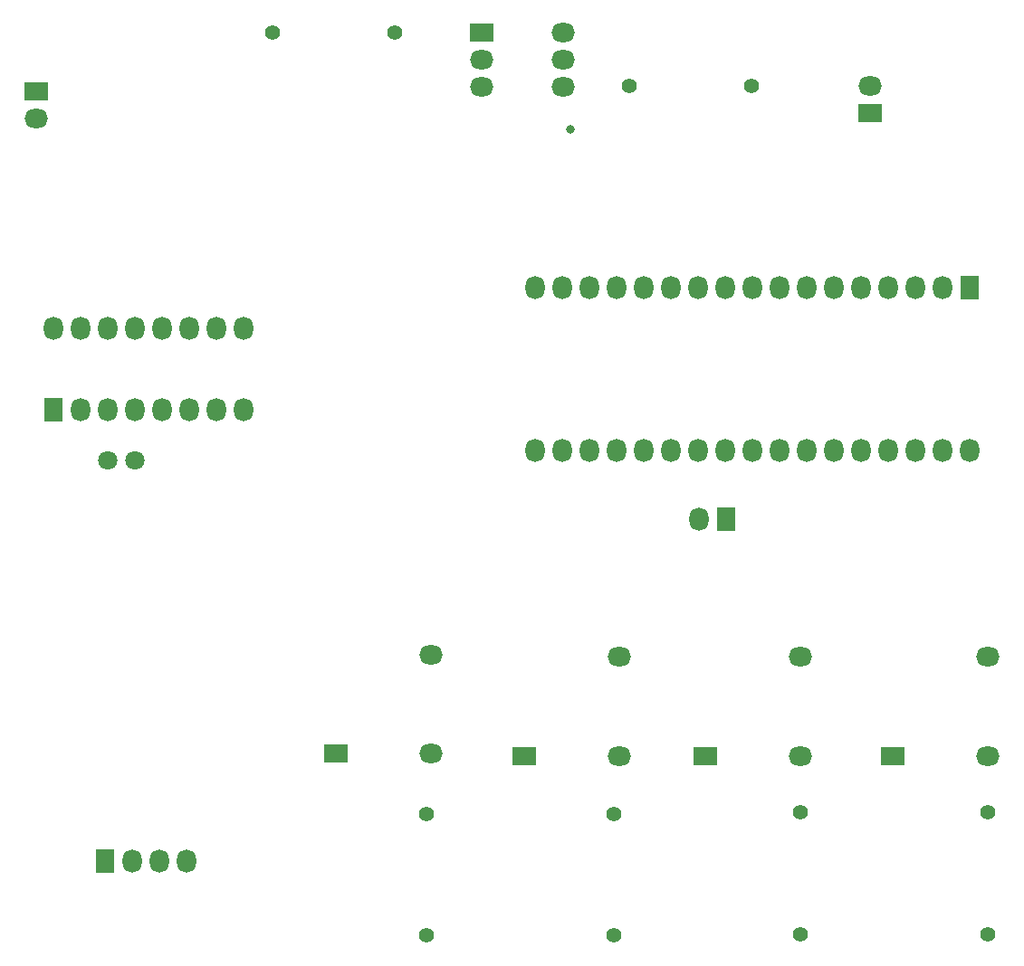
<source format=gbr>
%TF.GenerationSoftware,Altium Limited,Altium Designer,21.8.1 (53)*%
G04 Layer_Color=8388736*
%FSLAX26Y26*%
%MOIN*%
%TF.SameCoordinates,5B9076D9-9D05-4804-A52A-FD960459403A*%
%TF.FilePolarity,Negative*%
%TF.FileFunction,Soldermask,Top*%
%TF.Part,Single*%
G01*
G75*
%TA.AperFunction,ComponentPad*%
%ADD19O,0.086740X0.070992*%
%ADD20R,0.086740X0.070992*%
%ADD21R,0.070992X0.086740*%
%ADD22O,0.070992X0.086740*%
%ADD23C,0.055244*%
%ADD24C,0.070992*%
%TA.AperFunction,ViaPad*%
%ADD25C,0.031622*%
D19*
X3070866Y838583D02*
D03*
Y1204724D02*
D03*
X3759843D02*
D03*
Y838583D02*
D03*
X2401575Y1204724D02*
D03*
Y838583D02*
D03*
X1708661Y1212599D02*
D03*
Y846457D02*
D03*
X255905Y3188976D02*
D03*
X1897244Y3405512D02*
D03*
Y3305512D02*
D03*
X2197244Y3505512D02*
D03*
Y3405512D02*
D03*
Y3305512D02*
D03*
X3326772Y3307087D02*
D03*
D20*
X2720472Y838583D02*
D03*
X3409449D02*
D03*
X2051181D02*
D03*
X1358268Y846457D02*
D03*
X255905Y3288976D02*
D03*
X1897244Y3505512D02*
D03*
X3326772Y3207087D02*
D03*
D21*
X2796850Y1712598D02*
D03*
X508661Y452756D02*
D03*
X319291Y2113780D02*
D03*
X3693701Y2563780D02*
D03*
D22*
X2696850Y1712598D02*
D03*
X808661Y452756D02*
D03*
X708661D02*
D03*
X608661D02*
D03*
X1019291Y2413780D02*
D03*
X919291D02*
D03*
X819291D02*
D03*
X719291D02*
D03*
X619291D02*
D03*
X519291D02*
D03*
X419291D02*
D03*
X319291D02*
D03*
X1019291Y2113780D02*
D03*
X919291D02*
D03*
X819291D02*
D03*
X719291D02*
D03*
X619291D02*
D03*
X519291D02*
D03*
X419291D02*
D03*
X2093701Y1963780D02*
D03*
X2193701D02*
D03*
X2293701D02*
D03*
X2393701D02*
D03*
X2493701D02*
D03*
X2593701D02*
D03*
X2693701D02*
D03*
X2793701D02*
D03*
X2893701D02*
D03*
X2993701D02*
D03*
X3093701D02*
D03*
X3193701D02*
D03*
X3293701D02*
D03*
X3393701D02*
D03*
X3493701D02*
D03*
X3593701D02*
D03*
X3693701D02*
D03*
X2093701Y2563780D02*
D03*
X2193701D02*
D03*
X2293701D02*
D03*
X2393701D02*
D03*
X2493701D02*
D03*
X2593701D02*
D03*
X2693701D02*
D03*
X2793701D02*
D03*
X2893701D02*
D03*
X2993701D02*
D03*
X3093701D02*
D03*
X3193701D02*
D03*
X3293701D02*
D03*
X3393701D02*
D03*
X3493701D02*
D03*
X3593701D02*
D03*
D23*
X3759843Y181102D02*
D03*
Y629921D02*
D03*
X3070866Y181102D02*
D03*
Y629921D02*
D03*
X2381890Y177165D02*
D03*
Y625984D02*
D03*
X1692914Y177165D02*
D03*
Y625984D02*
D03*
X1574803Y3503937D02*
D03*
X1125984D02*
D03*
X2889764Y3307087D02*
D03*
X2440945D02*
D03*
D24*
X520866Y1929134D02*
D03*
X620866D02*
D03*
D25*
X2224409Y3149606D02*
D03*
%TF.MD5,404661f2128aa56d5e9649598725e68a*%
M02*

</source>
